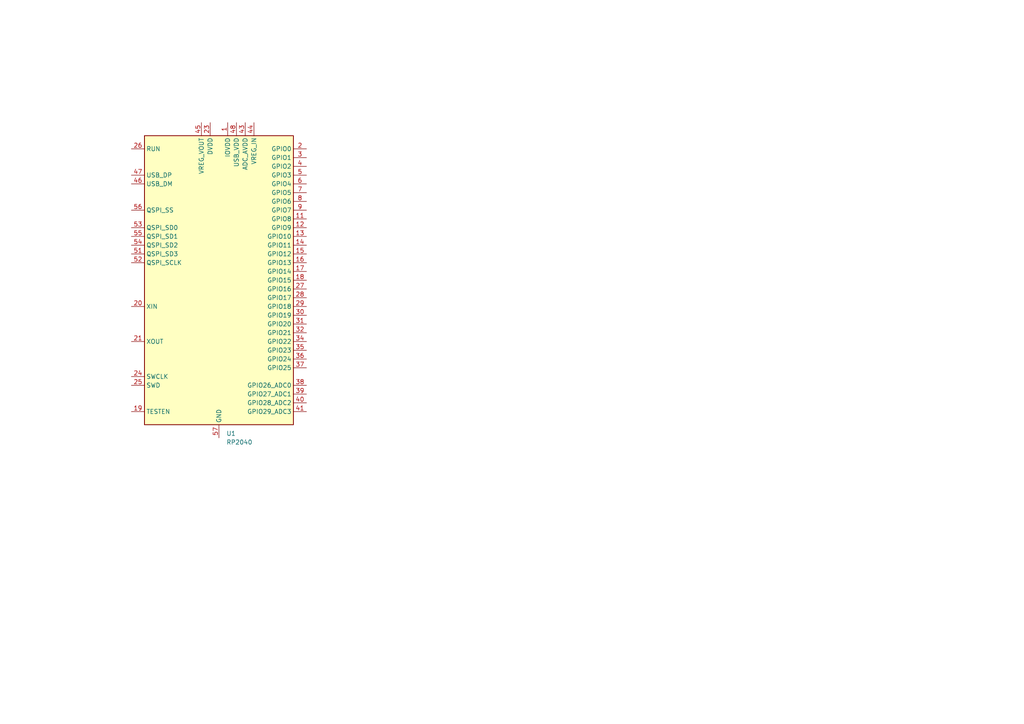
<source format=kicad_sch>
(kicad_sch (version 20250114) (generator "eeschema") (generator_version "9.0")
  (paper "A4")
  (lib_symbols
    (symbol "MCU_RaspberryPi:RP2040"
      (property "Reference" "U" (at 17.78 45.72 0))
      (property "Value" "RP2040" (at 17.78 43.18 0))
      (symbol "RP2040_0_1"
        (rectangle (start -21.59 41.91) (end 21.59 -41.91) (stroke (width 0.254)) (fill (type background)))
      )
      (symbol "RP2040_1_1"
        (pin input line (at -25.4 38.1 0) (length 3.81) (name "RUN") (number "26"))
        (pin bidirectional line (at -25.4 30.48 0) (length 3.81) (name "USB_DP") (number "47"))
        (pin bidirectional line (at -25.4 27.94 0) (length 3.81) (name "USB_DM") (number "46"))
        (pin bidirectional line (at -25.4 20.32 0) (length 3.81) (name "QSPI_SS") (number "56"))
        (pin bidirectional line (at -25.4 15.24 0) (length 3.81) (name "QSPI_SD0") (number "53"))
        (pin bidirectional line (at -25.4 12.7 0) (length 3.81) (name "QSPI_SD1") (number "55"))
        (pin bidirectional line (at -25.4 10.16 0) (length 3.81) (name "QSPI_SD2") (number "54"))
        (pin bidirectional line (at -25.4 7.62 0) (length 3.81) (name "QSPI_SD3") (number "51"))
        (pin output line (at -25.4 5.08 0) (length 3.81) (name "QSPI_SCLK") (number "52"))
        (pin input line (at -25.4 -7.62 0) (length 3.81) (name "XIN") (number "20"))
        (pin passive line (at -25.4 -17.78 0) (length 3.81) (name "XOUT") (number "21"))
        (pin input line (at -25.4 -27.94 0) (length 3.81) (name "SWCLK") (number "24"))
        (pin bidirectional line (at -25.4 -30.48 0) (length 3.81) (name "SWD") (number "25"))
        (pin input line (at -25.4 -38.1 0) (length 3.81) (name "TESTEN") (number "19"))
        (pin power_out line (at -5.08 45.72 270) (length 3.81) (name "VREG_VOUT") (number "45"))
        (pin power_in line (at -2.54 45.72 270) (length 3.81) (name "DVDD") (number "23"))
        (pin passive line (at -2.54 45.72 270) (length 3.81) (hide yes) (name "DVDD") (number "50"))
        (pin power_in line (at 0 -45.72 90) (length 3.81) (name "GND") (number "57"))
        (pin power_in line (at 2.54 45.72 270) (length 3.81) (name "IOVDD") (number "1"))
        (pin passive line (at 2.54 45.72 270) (length 3.81) (hide yes) (name "IOVDD") (number "10"))
        (pin passive line (at 2.54 45.72 270) (length 3.81) (hide yes) (name "IOVDD") (number "22"))
        (pin passive line (at 2.54 45.72 270) (length 3.81) (hide yes) (name "IOVDD") (number "33"))
        (pin passive line (at 2.54 45.72 270) (length 3.81) (hide yes) (name "IOVDD") (number "42"))
        (pin passive line (at 2.54 45.72 270) (length 3.81) (hide yes) (name "IOVDD") (number "49"))
        (pin power_in line (at 5.08 45.72 270) (length 3.81) (name "USB_VDD") (number "48"))
        (pin power_in line (at 7.62 45.72 270) (length 3.81) (name "ADC_AVDD") (number "43"))
        (pin power_in line (at 10.16 45.72 270) (length 3.81) (name "VREG_IN") (number "44"))
        (pin bidirectional line (at 25.4 38.1 180) (length 3.81) (name "GPIO0") (number "2"))
        (pin bidirectional line (at 25.4 35.56 180) (length 3.81) (name "GPIO1") (number "3"))
        (pin bidirectional line (at 25.4 33.02 180) (length 3.81) (name "GPIO2") (number "4"))
        (pin bidirectional line (at 25.4 30.48 180) (length 3.81) (name "GPIO3") (number "5"))
        (pin bidirectional line (at 25.4 27.94 180) (length 3.81) (name "GPIO4") (number "6"))
        (pin bidirectional line (at 25.4 25.4 180) (length 3.81) (name "GPIO5") (number "7"))
        (pin bidirectional line (at 25.4 22.86 180) (length 3.81) (name "GPIO6") (number "8"))
        (pin bidirectional line (at 25.4 20.32 180) (length 3.81) (name "GPIO7") (number "9"))
        (pin bidirectional line (at 25.4 17.78 180) (length 3.81) (name "GPIO8") (number "11"))
        (pin bidirectional line (at 25.4 15.24 180) (length 3.81) (name "GPIO9") (number "12"))
        (pin bidirectional line (at 25.4 12.7 180) (length 3.81) (name "GPIO10") (number "13"))
        (pin bidirectional line (at 25.4 10.16 180) (length 3.81) (name "GPIO11") (number "14"))
        (pin bidirectional line (at 25.4 7.62 180) (length 3.81) (name "GPIO12") (number "15"))
        (pin bidirectional line (at 25.4 5.08 180) (length 3.81) (name "GPIO13") (number "16"))
        (pin bidirectional line (at 25.4 2.54 180) (length 3.81) (name "GPIO14") (number "17"))
        (pin bidirectional line (at 25.4 0 180) (length 3.81) (name "GPIO15") (number "18"))
        (pin bidirectional line (at 25.4 -2.54 180) (length 3.81) (name "GPIO16") (number "27"))
        (pin bidirectional line (at 25.4 -5.08 180) (length 3.81) (name "GPIO17") (number "28"))
        (pin bidirectional line (at 25.4 -7.62 180) (length 3.81) (name "GPIO18") (number "29"))
        (pin bidirectional line (at 25.4 -10.16 180) (length 3.81) (name "GPIO19") (number "30"))
        (pin bidirectional line (at 25.4 -12.7 180) (length 3.81) (name "GPIO20") (number "31"))
        (pin bidirectional line (at 25.4 -15.24 180) (length 3.81) (name "GPIO21") (number "32"))
        (pin bidirectional line (at 25.4 -17.78 180) (length 3.81) (name "GPIO22") (number "34"))
        (pin bidirectional line (at 25.4 -20.32 180) (length 3.81) (name "GPIO23") (number "35"))
        (pin bidirectional line (at 25.4 -22.86 180) (length 3.81) (name "GPIO24") (number "36"))
        (pin bidirectional line (at 25.4 -25.4 180) (length 3.81) (name "GPIO25") (number "37"))
        (pin bidirectional line (at 25.4 -30.48 180) (length 3.81) (name "GPIO26_ADC0") (number "38"))
        (pin bidirectional line (at 25.4 -33.02 180) (length 3.81) (name "GPIO27_ADC1") (number "39"))
        (pin bidirectional line (at 25.4 -35.56 180) (length 3.81) (name "GPIO28_ADC2") (number "40"))
        (pin bidirectional line (at 25.4 -38.1 180) (length 3.81) (name "GPIO29_ADC3") (number "41"))
      )
    )
  )
  (symbol (lib_id "MCU_RaspberryPi:RP2040") (at 63.5 81.28 0) (unit 1)
    (property "Reference" "U1" (at 65.6433 125.73 0) (effects (justify left)))
    (property "Value" "RP2040" (at 65.6433 128.27 0) (effects (justify left)))
    (property "Footprint" "Package_DFN_QFN:QFN-56-1EP_7x7mm_P0.4mm_EP3.2x3.2mm" (effects (hide yes)))
    (property "Datasheet" "https://datasheets.raspberrypi.com/rp2040/rp2040-datasheet.pdf" (effects (hide yes)))
    (property "Description" "A microcontroller by Raspberry Pi" (effects (hide yes)))
  )
)
</source>
